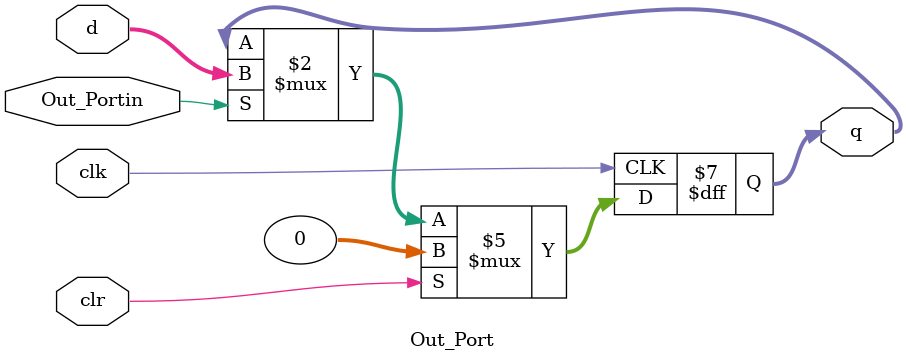
<source format=v>
module Out_Port (input clk, clr, Out_Portin, input [31:0] d, output reg [31:0] q);

always @ (posedge clk)
begin
	if (clr) begin
		q <= 32'b0;
	end else if (Out_Portin) begin
		q <= d;
	end
end

endmodule
</source>
